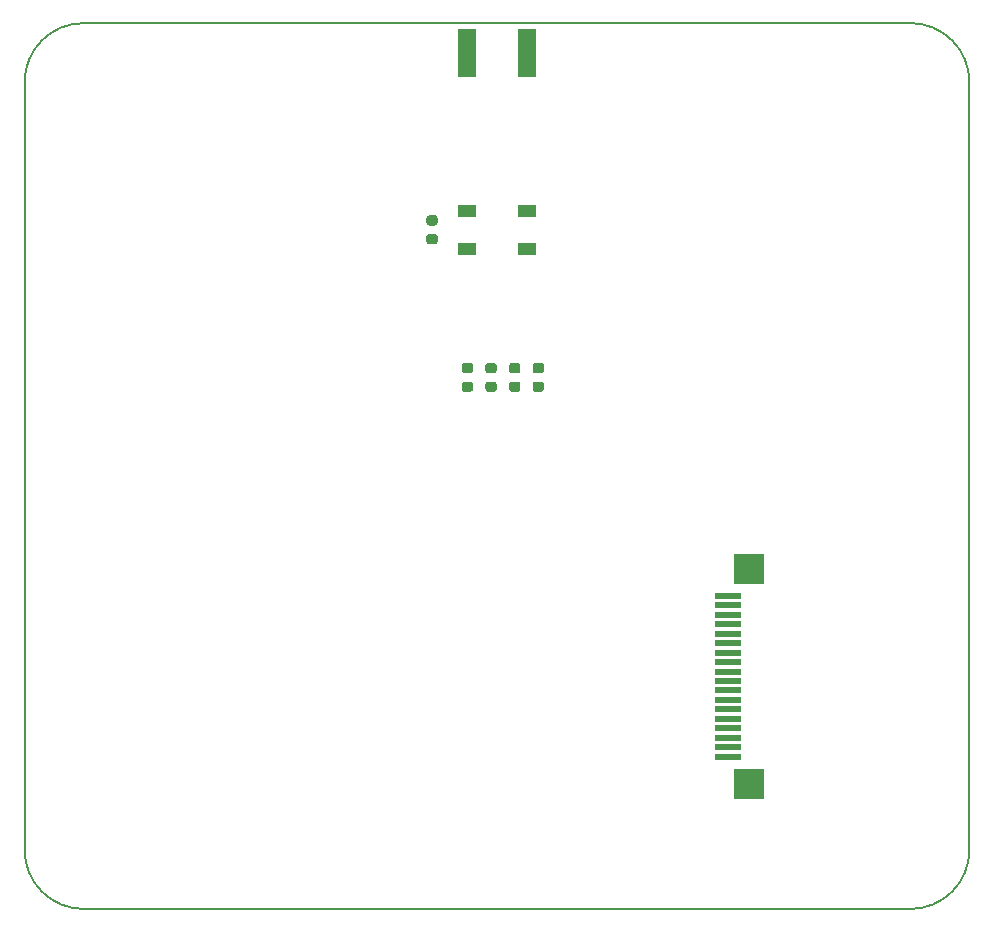
<source format=gbr>
%TF.GenerationSoftware,KiCad,Pcbnew,5.1.6-c6e7f7d~86~ubuntu20.04.1*%
%TF.CreationDate,2020-05-16T11:05:40+02:00*%
%TF.ProjectId,esp32_radio,65737033-325f-4726-9164-696f2e6b6963,V0.1*%
%TF.SameCoordinates,Original*%
%TF.FileFunction,Paste,Bot*%
%TF.FilePolarity,Positive*%
%FSLAX46Y46*%
G04 Gerber Fmt 4.6, Leading zero omitted, Abs format (unit mm)*
G04 Created by KiCad (PCBNEW 5.1.6-c6e7f7d~86~ubuntu20.04.1) date 2020-05-16 11:05:40*
%MOMM*%
%LPD*%
G01*
G04 APERTURE LIST*
%TA.AperFunction,Profile*%
%ADD10C,0.150000*%
%TD*%
%ADD11R,2.200000X0.500000*%
%ADD12R,2.600000X2.600000*%
%ADD13R,1.524000X4.064000*%
%ADD14R,1.600000X1.000000*%
G04 APERTURE END LIST*
D10*
X107188000Y-109088000D02*
G75*
G03*
X112188000Y-114088000I5000000J0D01*
G01*
X182188000Y-114088000D02*
G75*
G03*
X187188000Y-109088000I0J5000000D01*
G01*
X187188000Y-44088000D02*
G75*
G03*
X182188000Y-39088000I-5000000J0D01*
G01*
X112188000Y-39088000D02*
G75*
G03*
X107188000Y-44088000I0J-5000000D01*
G01*
X182188000Y-39088000D02*
X112188000Y-39088000D01*
X187188000Y-109088000D02*
X187188000Y-44088000D01*
X112188000Y-114088000D02*
X182188000Y-114088000D01*
X107188000Y-44088000D02*
X107188000Y-109088000D01*
D11*
X166788000Y-87588000D03*
X166788000Y-88388000D03*
X166788000Y-89188000D03*
X166788000Y-89988000D03*
X166788000Y-90788000D03*
X166788000Y-91588000D03*
X166788000Y-92388000D03*
X166788000Y-93188000D03*
X166788000Y-93988000D03*
X166788000Y-94788000D03*
X166788000Y-95588000D03*
X166788000Y-96388000D03*
X166788000Y-97188000D03*
X166788000Y-97988000D03*
X166788000Y-98788000D03*
X166788000Y-99588000D03*
X166788000Y-100388000D03*
X166788000Y-101188000D03*
D12*
X168488000Y-85288000D03*
X168488000Y-103488000D03*
D13*
X144648000Y-41588000D03*
X149728000Y-41588000D03*
G36*
G01*
X141944250Y-56238000D02*
X141431750Y-56238000D01*
G75*
G02*
X141213000Y-56019250I0J218750D01*
G01*
X141213000Y-55581750D01*
G75*
G02*
X141431750Y-55363000I218750J0D01*
G01*
X141944250Y-55363000D01*
G75*
G02*
X142163000Y-55581750I0J-218750D01*
G01*
X142163000Y-56019250D01*
G75*
G02*
X141944250Y-56238000I-218750J0D01*
G01*
G37*
G36*
G01*
X141944250Y-57813000D02*
X141431750Y-57813000D01*
G75*
G02*
X141213000Y-57594250I0J218750D01*
G01*
X141213000Y-57156750D01*
G75*
G02*
X141431750Y-56938000I218750J0D01*
G01*
X141944250Y-56938000D01*
G75*
G02*
X142163000Y-57156750I0J-218750D01*
G01*
X142163000Y-57594250D01*
G75*
G02*
X141944250Y-57813000I-218750J0D01*
G01*
G37*
G36*
G01*
X144431750Y-69438000D02*
X144944250Y-69438000D01*
G75*
G02*
X145163000Y-69656750I0J-218750D01*
G01*
X145163000Y-70094250D01*
G75*
G02*
X144944250Y-70313000I-218750J0D01*
G01*
X144431750Y-70313000D01*
G75*
G02*
X144213000Y-70094250I0J218750D01*
G01*
X144213000Y-69656750D01*
G75*
G02*
X144431750Y-69438000I218750J0D01*
G01*
G37*
G36*
G01*
X144431750Y-67863000D02*
X144944250Y-67863000D01*
G75*
G02*
X145163000Y-68081750I0J-218750D01*
G01*
X145163000Y-68519250D01*
G75*
G02*
X144944250Y-68738000I-218750J0D01*
G01*
X144431750Y-68738000D01*
G75*
G02*
X144213000Y-68519250I0J218750D01*
G01*
X144213000Y-68081750D01*
G75*
G02*
X144431750Y-67863000I218750J0D01*
G01*
G37*
G36*
G01*
X146431750Y-69438000D02*
X146944250Y-69438000D01*
G75*
G02*
X147163000Y-69656750I0J-218750D01*
G01*
X147163000Y-70094250D01*
G75*
G02*
X146944250Y-70313000I-218750J0D01*
G01*
X146431750Y-70313000D01*
G75*
G02*
X146213000Y-70094250I0J218750D01*
G01*
X146213000Y-69656750D01*
G75*
G02*
X146431750Y-69438000I218750J0D01*
G01*
G37*
G36*
G01*
X146431750Y-67863000D02*
X146944250Y-67863000D01*
G75*
G02*
X147163000Y-68081750I0J-218750D01*
G01*
X147163000Y-68519250D01*
G75*
G02*
X146944250Y-68738000I-218750J0D01*
G01*
X146431750Y-68738000D01*
G75*
G02*
X146213000Y-68519250I0J218750D01*
G01*
X146213000Y-68081750D01*
G75*
G02*
X146431750Y-67863000I218750J0D01*
G01*
G37*
G36*
G01*
X148431750Y-69438000D02*
X148944250Y-69438000D01*
G75*
G02*
X149163000Y-69656750I0J-218750D01*
G01*
X149163000Y-70094250D01*
G75*
G02*
X148944250Y-70313000I-218750J0D01*
G01*
X148431750Y-70313000D01*
G75*
G02*
X148213000Y-70094250I0J218750D01*
G01*
X148213000Y-69656750D01*
G75*
G02*
X148431750Y-69438000I218750J0D01*
G01*
G37*
G36*
G01*
X148431750Y-67863000D02*
X148944250Y-67863000D01*
G75*
G02*
X149163000Y-68081750I0J-218750D01*
G01*
X149163000Y-68519250D01*
G75*
G02*
X148944250Y-68738000I-218750J0D01*
G01*
X148431750Y-68738000D01*
G75*
G02*
X148213000Y-68519250I0J218750D01*
G01*
X148213000Y-68081750D01*
G75*
G02*
X148431750Y-67863000I218750J0D01*
G01*
G37*
G36*
G01*
X150431750Y-69438000D02*
X150944250Y-69438000D01*
G75*
G02*
X151163000Y-69656750I0J-218750D01*
G01*
X151163000Y-70094250D01*
G75*
G02*
X150944250Y-70313000I-218750J0D01*
G01*
X150431750Y-70313000D01*
G75*
G02*
X150213000Y-70094250I0J218750D01*
G01*
X150213000Y-69656750D01*
G75*
G02*
X150431750Y-69438000I218750J0D01*
G01*
G37*
G36*
G01*
X150431750Y-67863000D02*
X150944250Y-67863000D01*
G75*
G02*
X151163000Y-68081750I0J-218750D01*
G01*
X151163000Y-68519250D01*
G75*
G02*
X150944250Y-68738000I-218750J0D01*
G01*
X150431750Y-68738000D01*
G75*
G02*
X150213000Y-68519250I0J218750D01*
G01*
X150213000Y-68081750D01*
G75*
G02*
X150431750Y-67863000I218750J0D01*
G01*
G37*
D14*
X149688000Y-55016800D03*
X149688000Y-58216800D03*
X144688000Y-55016800D03*
X144688000Y-58216800D03*
M02*

</source>
